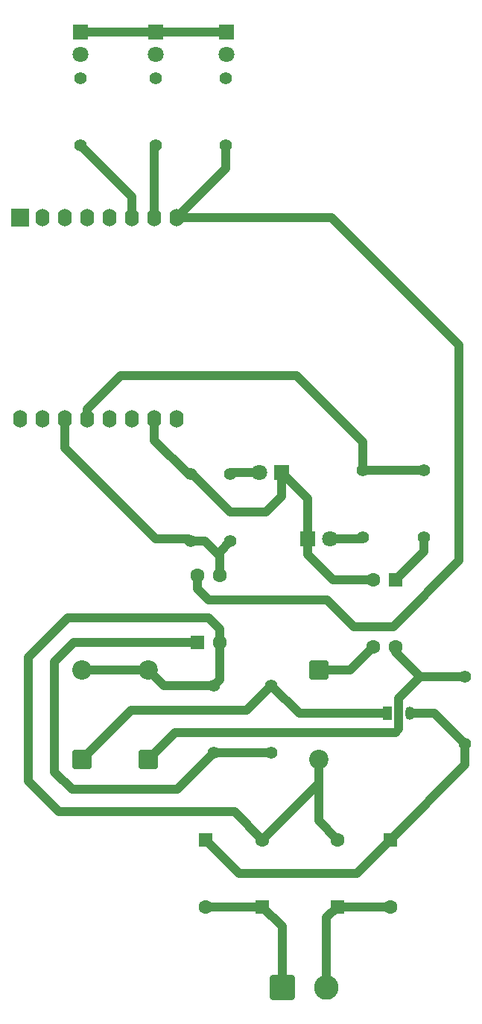
<source format=gbl>
G04 #@! TF.GenerationSoftware,KiCad,Pcbnew,9.0.5*
G04 #@! TF.CreationDate,2025-11-23T21:58:28+00:00*
G04 #@! TF.ProjectId,OpenThermShield,4f70656e-5468-4657-926d-536869656c64,rev?*
G04 #@! TF.SameCoordinates,Original*
G04 #@! TF.FileFunction,Copper,L2,Bot*
G04 #@! TF.FilePolarity,Positive*
%FSLAX46Y46*%
G04 Gerber Fmt 4.6, Leading zero omitted, Abs format (unit mm)*
G04 Created by KiCad (PCBNEW 9.0.5) date 2025-11-23 21:58:28*
%MOMM*%
%LPD*%
G01*
G04 APERTURE LIST*
G04 Aperture macros list*
%AMRoundRect*
0 Rectangle with rounded corners*
0 $1 Rounding radius*
0 $2 $3 $4 $5 $6 $7 $8 $9 X,Y pos of 4 corners*
0 Add a 4 corners polygon primitive as box body*
4,1,4,$2,$3,$4,$5,$6,$7,$8,$9,$2,$3,0*
0 Add four circle primitives for the rounded corners*
1,1,$1+$1,$2,$3*
1,1,$1+$1,$4,$5*
1,1,$1+$1,$6,$7*
1,1,$1+$1,$8,$9*
0 Add four rect primitives between the rounded corners*
20,1,$1+$1,$2,$3,$4,$5,0*
20,1,$1+$1,$4,$5,$6,$7,0*
20,1,$1+$1,$6,$7,$8,$9,0*
20,1,$1+$1,$8,$9,$2,$3,0*%
G04 Aperture macros list end*
G04 #@! TA.AperFunction,ComponentPad*
%ADD10R,1.800000X1.800000*%
G04 #@! TD*
G04 #@! TA.AperFunction,ComponentPad*
%ADD11C,1.800000*%
G04 #@! TD*
G04 #@! TA.AperFunction,ComponentPad*
%ADD12C,1.400000*%
G04 #@! TD*
G04 #@! TA.AperFunction,ComponentPad*
%ADD13RoundRect,0.250000X-0.550000X0.550000X-0.550000X-0.550000X0.550000X-0.550000X0.550000X0.550000X0*%
G04 #@! TD*
G04 #@! TA.AperFunction,ComponentPad*
%ADD14C,1.600000*%
G04 #@! TD*
G04 #@! TA.AperFunction,ComponentPad*
%ADD15RoundRect,0.249999X0.850001X-0.850001X0.850001X0.850001X-0.850001X0.850001X-0.850001X-0.850001X0*%
G04 #@! TD*
G04 #@! TA.AperFunction,ComponentPad*
%ADD16C,2.200000*%
G04 #@! TD*
G04 #@! TA.AperFunction,ComponentPad*
%ADD17RoundRect,0.250000X0.550000X-0.550000X0.550000X0.550000X-0.550000X0.550000X-0.550000X-0.550000X0*%
G04 #@! TD*
G04 #@! TA.AperFunction,ComponentPad*
%ADD18RoundRect,0.249999X-0.850001X0.850001X-0.850001X-0.850001X0.850001X-0.850001X0.850001X0.850001X0*%
G04 #@! TD*
G04 #@! TA.AperFunction,ComponentPad*
%ADD19R,1.050000X1.500000*%
G04 #@! TD*
G04 #@! TA.AperFunction,ComponentPad*
%ADD20O,1.050000X1.500000*%
G04 #@! TD*
G04 #@! TA.AperFunction,ComponentPad*
%ADD21RoundRect,0.250001X-1.149999X-1.149999X1.149999X-1.149999X1.149999X1.149999X-1.149999X1.149999X0*%
G04 #@! TD*
G04 #@! TA.AperFunction,ComponentPad*
%ADD22C,2.800000*%
G04 #@! TD*
G04 #@! TA.AperFunction,ComponentPad*
%ADD23R,2.000000X2.000000*%
G04 #@! TD*
G04 #@! TA.AperFunction,ComponentPad*
%ADD24O,1.600000X2.000000*%
G04 #@! TD*
G04 #@! TA.AperFunction,Conductor*
%ADD25C,1.000000*%
G04 #@! TD*
G04 APERTURE END LIST*
D10*
G04 #@! TO.P,D12,1,K*
G04 #@! TO.N,GND*
X111560000Y-46960000D03*
D11*
G04 #@! TO.P,D12,2,A*
G04 #@! TO.N,Net-(D12-A)*
X111560000Y-49500000D03*
G04 #@! TD*
D12*
G04 #@! TO.P,R8,1*
G04 #@! TO.N,Net-(D12-A)*
X111500000Y-52190000D03*
G04 #@! TO.P,R8,2*
G04 #@! TO.N,+3V3*
X111500000Y-59810000D03*
G04 #@! TD*
G04 #@! TO.P,R9,2*
G04 #@! TO.N,OT_RX_LED*
X103500000Y-59810000D03*
G04 #@! TO.P,R9,1*
G04 #@! TO.N,Net-(D11-A)*
X103500000Y-52190000D03*
G04 #@! TD*
D11*
G04 #@! TO.P,D11,2,A*
G04 #@! TO.N,Net-(D11-A)*
X103530000Y-49500000D03*
D10*
G04 #@! TO.P,D11,1,K*
G04 #@! TO.N,GND*
X103530000Y-46960000D03*
G04 #@! TD*
G04 #@! TO.P,D10,1,K*
G04 #@! TO.N,GND*
X94970000Y-46960000D03*
D11*
G04 #@! TO.P,D10,2,A*
G04 #@! TO.N,Net-(D10-A)*
X94970000Y-49500000D03*
G04 #@! TD*
D10*
G04 #@! TO.P,D2,1,K*
G04 #@! TO.N,GND*
X120730000Y-104500000D03*
D11*
G04 #@! TO.P,D2,2,A*
G04 #@! TO.N,Net-(D2-A)*
X123270000Y-104500000D03*
G04 #@! TD*
D13*
G04 #@! TO.P,D9,1,K*
G04 #@! TO.N,Net-(D8-K)*
X109130000Y-138690000D03*
D14*
G04 #@! TO.P,D9,2,A*
G04 #@! TO.N,OT_B*
X109130000Y-146310000D03*
G04 #@! TD*
D12*
G04 #@! TO.P,R2,1*
G04 #@! TO.N,Net-(D2-A)*
X127000000Y-104310000D03*
G04 #@! TO.P,R2,2*
G04 #@! TO.N,OT_IN*
X127000000Y-96690000D03*
G04 #@! TD*
D13*
G04 #@! TO.P,U3,1*
G04 #@! TO.N,Net-(R1-Pad1)*
X130775000Y-109195000D03*
D14*
G04 #@! TO.P,U3,2*
G04 #@! TO.N,GND*
X128235000Y-109195000D03*
G04 #@! TO.P,U3,3*
G04 #@! TO.N,Net-(D1-K)*
X128235000Y-116815000D03*
G04 #@! TO.P,U3,4*
G04 #@! TO.N,Net-(D5-K)*
X130775000Y-116815000D03*
G04 #@! TD*
D12*
G04 #@! TO.P,R3,1*
G04 #@! TO.N,GND*
X107500000Y-97190000D03*
G04 #@! TO.P,R3,2*
G04 #@! TO.N,OT_OUT*
X107500000Y-104810000D03*
G04 #@! TD*
G04 #@! TO.P,R1,1*
G04 #@! TO.N,Net-(R1-Pad1)*
X134000000Y-104310000D03*
G04 #@! TO.P,R1,2*
G04 #@! TO.N,OT_IN*
X134000000Y-96690000D03*
G04 #@! TD*
G04 #@! TO.P,R4,1*
G04 #@! TO.N,Net-(D3-A)*
X112000000Y-97190000D03*
G04 #@! TO.P,R4,2*
G04 #@! TO.N,OT_OUT*
X112000000Y-104810000D03*
G04 #@! TD*
D15*
G04 #@! TO.P,D6,1,K*
G04 #@! TO.N,Net-(D6-K)*
X95130000Y-129580000D03*
D16*
G04 #@! TO.P,D6,2,A*
G04 #@! TO.N,Net-(D1-A)*
X95130000Y-119420000D03*
G04 #@! TD*
D17*
G04 #@! TO.P,U2,1*
G04 #@! TO.N,Net-(R5-Pad1)*
X108225000Y-116305000D03*
D14*
G04 #@! TO.P,U2,2*
G04 #@! TO.N,Net-(D1-A)*
X110765000Y-116305000D03*
G04 #@! TO.P,U2,3*
G04 #@! TO.N,OT_OUT*
X110765000Y-108685000D03*
G04 #@! TO.P,U2,4*
G04 #@! TO.N,+3V3*
X108225000Y-108685000D03*
G04 #@! TD*
D12*
G04 #@! TO.P,R10,1*
G04 #@! TO.N,Net-(D10-A)*
X94970000Y-52190000D03*
G04 #@! TO.P,R10,2*
G04 #@! TO.N,ST_LED*
X94970000Y-59810000D03*
G04 #@! TD*
G04 #@! TO.P,R7,1*
G04 #@! TO.N,Net-(D5-K)*
X138630000Y-120190000D03*
G04 #@! TO.P,R7,2*
G04 #@! TO.N,Net-(D8-K)*
X138630000Y-127810000D03*
G04 #@! TD*
D18*
G04 #@! TO.P,D1,1,K*
G04 #@! TO.N,Net-(D1-K)*
X122000000Y-119420000D03*
D16*
G04 #@! TO.P,D1,2,A*
G04 #@! TO.N,Net-(D1-A)*
X122000000Y-129580000D03*
G04 #@! TD*
D19*
G04 #@! TO.P,Q1,1,C*
G04 #@! TO.N,Net-(D6-K)*
X129860000Y-124360000D03*
D20*
G04 #@! TO.P,Q1,2,B*
G04 #@! TO.N,Net-(D5-K)*
X131130000Y-124360000D03*
G04 #@! TO.P,Q1,3,E*
G04 #@! TO.N,Net-(D8-K)*
X132400000Y-124360000D03*
G04 #@! TD*
D17*
G04 #@! TO.P,D4,1,K*
G04 #@! TO.N,OT_A*
X124130000Y-146310000D03*
D14*
G04 #@! TO.P,D4,2,A*
G04 #@! TO.N,Net-(D1-A)*
X124130000Y-138690000D03*
G04 #@! TD*
D12*
G04 #@! TO.P,R6,1*
G04 #@! TO.N,Net-(D1-A)*
X110130000Y-121190000D03*
G04 #@! TO.P,R6,2*
G04 #@! TO.N,Net-(R5-Pad1)*
X110130000Y-128810000D03*
G04 #@! TD*
G04 #@! TO.P,R5,1*
G04 #@! TO.N,Net-(R5-Pad1)*
X116630000Y-128810000D03*
G04 #@! TO.P,R5,2*
G04 #@! TO.N,Net-(D6-K)*
X116630000Y-121190000D03*
G04 #@! TD*
D13*
G04 #@! TO.P,D8,1,K*
G04 #@! TO.N,Net-(D8-K)*
X130130000Y-138690000D03*
D14*
G04 #@! TO.P,D8,2,A*
G04 #@! TO.N,OT_A*
X130130000Y-146310000D03*
G04 #@! TD*
D17*
G04 #@! TO.P,D7,1,K*
G04 #@! TO.N,OT_B*
X115630000Y-146310000D03*
D14*
G04 #@! TO.P,D7,2,A*
G04 #@! TO.N,Net-(D1-A)*
X115630000Y-138690000D03*
G04 #@! TD*
D15*
G04 #@! TO.P,D5,1,K*
G04 #@! TO.N,Net-(D5-K)*
X102630000Y-129580000D03*
D16*
G04 #@! TO.P,D5,2,A*
G04 #@! TO.N,Net-(D1-A)*
X102630000Y-119420000D03*
G04 #@! TD*
D10*
G04 #@! TO.P,D3,1,K*
G04 #@! TO.N,GND*
X117770000Y-97000000D03*
D11*
G04 #@! TO.P,D3,2,A*
G04 #@! TO.N,Net-(D3-A)*
X115230000Y-97000000D03*
G04 #@! TD*
D21*
G04 #@! TO.P,J1,1,Pin_1*
G04 #@! TO.N,OT_B*
X117880000Y-155467500D03*
D22*
G04 #@! TO.P,J1,2,Pin_2*
G04 #@! TO.N,OT_A*
X122880000Y-155467500D03*
G04 #@! TD*
D23*
G04 #@! TO.P,U1,1,~{RST}*
G04 #@! TO.N,unconnected-(U1-~{RST}-Pad1)*
X88110000Y-68055000D03*
D24*
G04 #@! TO.P,U1,2,A0*
G04 #@! TO.N,unconnected-(U1-A0-Pad2)*
X90650000Y-68055000D03*
G04 #@! TO.P,U1,3,D0*
G04 #@! TO.N,unconnected-(U1-D0-Pad3)*
X93190000Y-68055000D03*
G04 #@! TO.P,U1,4,SCK/D5*
G04 #@! TO.N,unconnected-(U1-SCK{slash}D5-Pad4)*
X95730000Y-68055000D03*
G04 #@! TO.P,U1,5,MISO/D6*
G04 #@! TO.N,unconnected-(U1-MISO{slash}D6-Pad5)*
X98270000Y-68055000D03*
G04 #@! TO.P,U1,6,MOSI/D7*
G04 #@! TO.N,ST_LED*
X100810000Y-68055000D03*
G04 #@! TO.P,U1,7,CS/D8*
G04 #@! TO.N,OT_RX_LED*
X103350000Y-68055000D03*
G04 #@! TO.P,U1,8,3V3*
G04 #@! TO.N,+3V3*
X105890000Y-68055000D03*
G04 #@! TO.P,U1,9,5V*
G04 #@! TO.N,unconnected-(U1-5V-Pad9)*
X105890000Y-90915000D03*
G04 #@! TO.P,U1,10,GND*
G04 #@! TO.N,GND*
X103350000Y-90915000D03*
G04 #@! TO.P,U1,11,D4*
G04 #@! TO.N,unconnected-(U1-D4-Pad11)*
X100810000Y-90915000D03*
G04 #@! TO.P,U1,12,D3*
G04 #@! TO.N,unconnected-(U1-D3-Pad12)*
X98270000Y-90915000D03*
G04 #@! TO.P,U1,13,SDA/D2*
G04 #@! TO.N,OT_IN*
X95730000Y-90915000D03*
G04 #@! TO.P,U1,14,SCL/D1*
G04 #@! TO.N,OT_OUT*
X93190000Y-90915000D03*
G04 #@! TO.P,U1,15,RX*
G04 #@! TO.N,unconnected-(U1-RX-Pad15)*
X90650000Y-90915000D03*
G04 #@! TO.P,U1,16,TX*
G04 #@! TO.N,unconnected-(U1-TX-Pad16)*
X88110000Y-90915000D03*
G04 #@! TD*
D25*
G04 #@! TO.N,OT_OUT*
X107500000Y-104810000D02*
X107190000Y-104500000D01*
X103500000Y-104500000D02*
X93190000Y-94190000D01*
X107190000Y-104500000D02*
X103500000Y-104500000D01*
X93190000Y-94190000D02*
X93190000Y-90915000D01*
G04 #@! TO.N,+3V3*
X108225000Y-108685000D02*
X108225000Y-110225000D01*
X123000000Y-111500000D02*
X126000000Y-114500000D01*
X123500000Y-68000000D02*
X123445000Y-68055000D01*
X108225000Y-110225000D02*
X109500000Y-111500000D01*
X130500000Y-114500000D02*
X138000000Y-107000000D01*
X138000000Y-107000000D02*
X138000000Y-82500000D01*
X109500000Y-111500000D02*
X123000000Y-111500000D01*
X126000000Y-114500000D02*
X130500000Y-114500000D01*
X138000000Y-82500000D02*
X123500000Y-68000000D01*
X123445000Y-68055000D02*
X105890000Y-68055000D01*
G04 #@! TO.N,GND*
X94970000Y-46960000D02*
X111560000Y-46960000D01*
G04 #@! TO.N,ST_LED*
X100810000Y-68055000D02*
X100810000Y-65650000D01*
X100810000Y-65650000D02*
X94970000Y-59810000D01*
G04 #@! TO.N,OT_RX_LED*
X103350000Y-68055000D02*
X103350000Y-59960000D01*
X103350000Y-59960000D02*
X103500000Y-59810000D01*
G04 #@! TO.N,+3V3*
X111500000Y-59810000D02*
X111500000Y-62445000D01*
X111500000Y-62445000D02*
X105890000Y-68055000D01*
G04 #@! TO.N,OT_IN*
X127000000Y-93500000D02*
X119500000Y-86000000D01*
X127000000Y-96690000D02*
X127000000Y-93500000D01*
X119500000Y-86000000D02*
X99500000Y-86000000D01*
X99500000Y-86000000D02*
X95730000Y-89770000D01*
X95730000Y-89770000D02*
X95730000Y-90915000D01*
G04 #@! TO.N,Net-(D3-A)*
X115230000Y-97000000D02*
X112190000Y-97000000D01*
X112190000Y-97000000D02*
X112000000Y-97190000D01*
G04 #@! TO.N,GND*
X120730000Y-99960000D02*
X117770000Y-97000000D01*
X117770000Y-99730000D02*
X117770000Y-97000000D01*
X117770000Y-99730000D02*
X116000000Y-101500000D01*
X116000000Y-101500000D02*
X112000000Y-101500000D01*
X112000000Y-101500000D02*
X107690000Y-97190000D01*
X107690000Y-97190000D02*
X107500000Y-97190000D01*
X107500000Y-97190000D02*
X107190000Y-97190000D01*
X107190000Y-97190000D02*
X103350000Y-93350000D01*
X103350000Y-93350000D02*
X103350000Y-90915000D01*
G04 #@! TO.N,OT_OUT*
X107500000Y-104810000D02*
X109075000Y-104810000D01*
G04 #@! TO.N,OT_IN*
X127000000Y-96690000D02*
X134000000Y-96690000D01*
G04 #@! TO.N,Net-(D1-A)*
X102630000Y-119420000D02*
X95130000Y-119420000D01*
X110765000Y-114765000D02*
X110765000Y-116305000D01*
X93500000Y-113500000D02*
X109500000Y-113500000D01*
X112440000Y-135500000D02*
X92500000Y-135500000D01*
X109500000Y-113500000D02*
X110765000Y-114765000D01*
X89000000Y-132000000D02*
X89000000Y-118000000D01*
X110130000Y-121190000D02*
X104400000Y-121190000D01*
X92500000Y-135500000D02*
X89000000Y-132000000D01*
X122000000Y-136560000D02*
X122000000Y-132320000D01*
X115630000Y-138690000D02*
X122000000Y-132320000D01*
X110765000Y-120555000D02*
X110130000Y-121190000D01*
X89000000Y-118000000D02*
X93500000Y-113500000D01*
X124130000Y-138690000D02*
X122000000Y-136560000D01*
X115630000Y-138690000D02*
X112440000Y-135500000D01*
X110765000Y-116305000D02*
X110765000Y-120555000D01*
X122000000Y-132320000D02*
X122000000Y-129580000D01*
X104400000Y-121190000D02*
X102630000Y-119420000D01*
G04 #@! TO.N,Net-(D1-K)*
X125630000Y-119420000D02*
X128235000Y-116815000D01*
X122000000Y-119420000D02*
X125630000Y-119420000D01*
G04 #@! TO.N,Net-(D2-A)*
X126810000Y-104500000D02*
X127000000Y-104310000D01*
X123270000Y-104500000D02*
X126810000Y-104500000D01*
G04 #@! TO.N,GND*
X120730000Y-106270000D02*
X120730000Y-104500000D01*
X128235000Y-109195000D02*
X123655000Y-109195000D01*
X123655000Y-109195000D02*
X120730000Y-106270000D01*
X120730000Y-104500000D02*
X120730000Y-99960000D01*
G04 #@! TO.N,OT_A*
X122880000Y-147560000D02*
X124130000Y-146310000D01*
X124130000Y-146310000D02*
X130130000Y-146310000D01*
X122880000Y-155467500D02*
X122880000Y-147560000D01*
G04 #@! TO.N,Net-(D5-K)*
X130740000Y-126500000D02*
X131130000Y-126110000D01*
X133550000Y-120190000D02*
X130775000Y-117415000D01*
X105710000Y-126500000D02*
X130740000Y-126500000D01*
X131130000Y-126110000D02*
X131130000Y-124360000D01*
X102630000Y-129580000D02*
X105710000Y-126500000D01*
X130775000Y-117415000D02*
X130775000Y-116815000D01*
X138630000Y-120190000D02*
X133550000Y-120190000D01*
X133550000Y-120190000D02*
X131130000Y-122610000D01*
X131130000Y-122610000D02*
X131130000Y-124360000D01*
G04 #@! TO.N,Net-(D6-K)*
X100710000Y-124000000D02*
X113820000Y-124000000D01*
X116630000Y-121190000D02*
X119800000Y-124360000D01*
X113820000Y-124000000D02*
X116630000Y-121190000D01*
X119800000Y-124360000D02*
X129860000Y-124360000D01*
X95130000Y-129580000D02*
X100710000Y-124000000D01*
G04 #@! TO.N,OT_B*
X117880000Y-148560000D02*
X115630000Y-146310000D01*
X117880000Y-155467500D02*
X117880000Y-148560000D01*
X109130000Y-146310000D02*
X115630000Y-146310000D01*
G04 #@! TO.N,Net-(D8-K)*
X138630000Y-130190000D02*
X138630000Y-127810000D01*
X135180000Y-124360000D02*
X138630000Y-127810000D01*
X130130000Y-138690000D02*
X138630000Y-130190000D01*
X132400000Y-124360000D02*
X135180000Y-124360000D01*
X130130000Y-138690000D02*
X126320000Y-142500000D01*
X126320000Y-142500000D02*
X112940000Y-142500000D01*
X112940000Y-142500000D02*
X109130000Y-138690000D01*
G04 #@! TO.N,Net-(R1-Pad1)*
X134000000Y-105970000D02*
X134000000Y-104310000D01*
X130775000Y-109195000D02*
X134000000Y-105970000D01*
G04 #@! TO.N,OT_OUT*
X110765000Y-108685000D02*
X110765000Y-106500000D01*
X110765000Y-106045000D02*
X112000000Y-104810000D01*
X110765000Y-106500000D02*
X109075000Y-104810000D01*
X110765000Y-106500000D02*
X110765000Y-106045000D01*
G04 #@! TO.N,Net-(R5-Pad1)*
X105940000Y-133000000D02*
X94000000Y-133000000D01*
X116630000Y-128810000D02*
X110130000Y-128810000D01*
X94195000Y-116305000D02*
X108225000Y-116305000D01*
X94000000Y-133000000D02*
X92000000Y-131000000D01*
X92000000Y-118500000D02*
X94195000Y-116305000D01*
X110130000Y-128810000D02*
X105940000Y-133000000D01*
X92000000Y-131000000D02*
X92000000Y-118500000D01*
G04 #@! TD*
M02*

</source>
